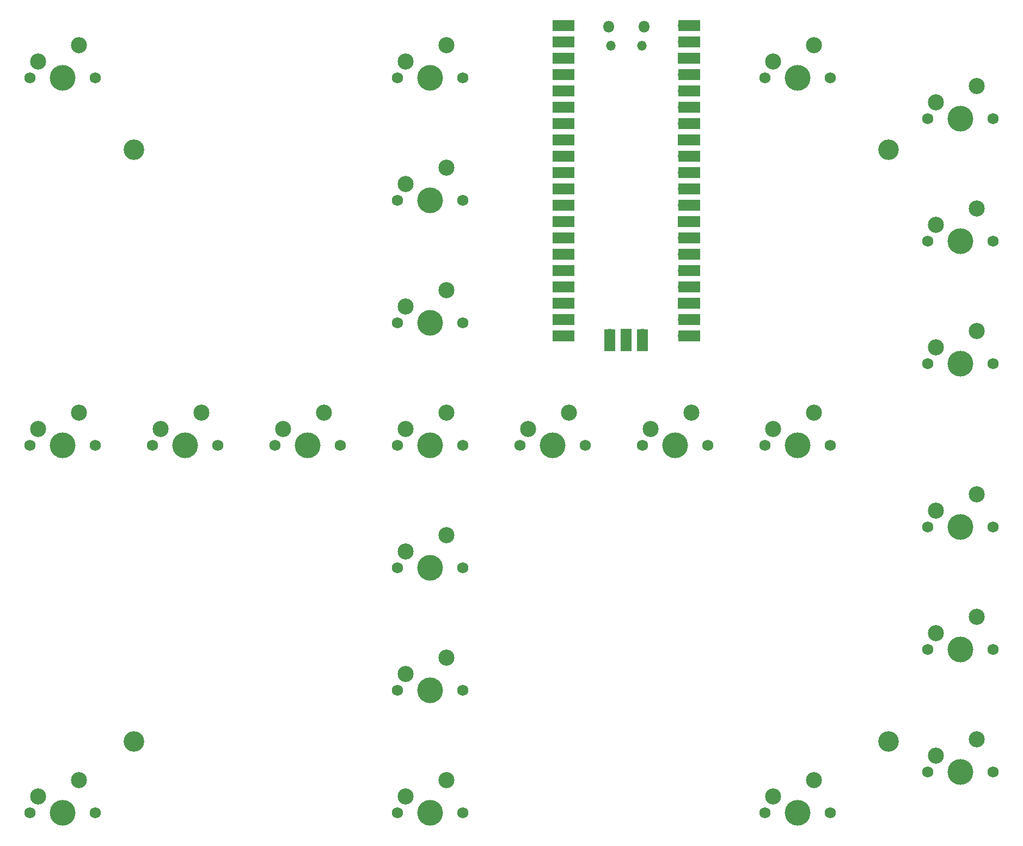
<source format=gbr>
%TF.GenerationSoftware,KiCad,Pcbnew,(6.0.4)*%
%TF.CreationDate,2022-05-22T16:26:11-03:00*%
%TF.ProjectId,G-Code_Keeb,472d436f-6465-45f4-9b65-65622e6b6963,1*%
%TF.SameCoordinates,Original*%
%TF.FileFunction,Soldermask,Bot*%
%TF.FilePolarity,Negative*%
%FSLAX46Y46*%
G04 Gerber Fmt 4.6, Leading zero omitted, Abs format (unit mm)*
G04 Created by KiCad (PCBNEW (6.0.4)) date 2022-05-22 16:26:11*
%MOMM*%
%LPD*%
G01*
G04 APERTURE LIST*
%ADD10C,4.000000*%
%ADD11C,1.750000*%
%ADD12C,2.500000*%
%ADD13C,3.200000*%
%ADD14O,1.800000X1.800000*%
%ADD15O,1.500000X1.500000*%
%ADD16O,1.700000X1.700000*%
%ADD17R,3.500000X1.700000*%
%ADD18R,1.700000X1.700000*%
%ADD19R,1.700000X3.500000*%
G04 APERTURE END LIST*
D10*
%TO.C,SW11*%
X85750000Y-132900000D03*
D11*
X90830000Y-132900000D03*
X80670000Y-132900000D03*
D12*
X81940000Y-130360000D03*
X88290000Y-127820000D03*
%TD*%
D13*
%TO.C,H2*%
X157050000Y-48800000D03*
%TD*%
D11*
%TO.C,SW21*%
X137820000Y-151950000D03*
X147980000Y-151950000D03*
D10*
X142900000Y-151950000D03*
D12*
X139090000Y-149410000D03*
X145440000Y-146870000D03*
%TD*%
D11*
%TO.C,SW17*%
X173280000Y-126500000D03*
X163120000Y-126500000D03*
D10*
X168200000Y-126500000D03*
D12*
X164390000Y-123960000D03*
X170740000Y-121420000D03*
%TD*%
D11*
%TO.C,SW4*%
X71780000Y-94800000D03*
X61620000Y-94800000D03*
D10*
X66700000Y-94800000D03*
D12*
X62890000Y-92260000D03*
X69240000Y-89720000D03*
%TD*%
D11*
%TO.C,SW14*%
X173280000Y-63050000D03*
D10*
X168200000Y-63050000D03*
D11*
X163120000Y-63050000D03*
D12*
X164390000Y-60510000D03*
X170740000Y-57970000D03*
%TD*%
D13*
%TO.C,H4*%
X39700000Y-48800000D03*
%TD*%
D11*
%TO.C,SW6*%
X33680000Y-94800000D03*
D10*
X28600000Y-94800000D03*
D11*
X23520000Y-94800000D03*
D12*
X24790000Y-92260000D03*
X31140000Y-89720000D03*
%TD*%
D13*
%TO.C,H1*%
X157050000Y-140800000D03*
%TD*%
D10*
%TO.C,SW18*%
X168200000Y-145550000D03*
D11*
X163120000Y-145550000D03*
X173280000Y-145550000D03*
D12*
X164390000Y-143010000D03*
X170740000Y-140470000D03*
%TD*%
D11*
%TO.C,SW19*%
X23520000Y-151950000D03*
D10*
X28600000Y-151950000D03*
D11*
X33680000Y-151950000D03*
D12*
X24790000Y-149410000D03*
X31140000Y-146870000D03*
%TD*%
D11*
%TO.C,SW16*%
X163120000Y-107450000D03*
X173280000Y-107450000D03*
D10*
X168200000Y-107450000D03*
D12*
X164390000Y-104910000D03*
X170740000Y-102370000D03*
%TD*%
D11*
%TO.C,SW15*%
X163120000Y-82100000D03*
D10*
X168200000Y-82100000D03*
D11*
X173280000Y-82100000D03*
D12*
X164390000Y-79560000D03*
X170740000Y-77020000D03*
%TD*%
D11*
%TO.C,SW9*%
X90830000Y-75750000D03*
X80670000Y-75750000D03*
D10*
X85750000Y-75750000D03*
D12*
X81940000Y-73210000D03*
X88290000Y-70670000D03*
%TD*%
D11*
%TO.C,SW13*%
X163120000Y-44000000D03*
D10*
X168200000Y-44000000D03*
D11*
X173280000Y-44000000D03*
D12*
X164390000Y-41460000D03*
X170740000Y-38920000D03*
%TD*%
D11*
%TO.C,SW2*%
X128930000Y-94800000D03*
D10*
X123850000Y-94800000D03*
D11*
X118770000Y-94800000D03*
D12*
X120040000Y-92260000D03*
X126390000Y-89720000D03*
%TD*%
D11*
%TO.C,SW8*%
X90830000Y-56700000D03*
D10*
X85750000Y-56700000D03*
D11*
X80670000Y-56700000D03*
D12*
X81940000Y-54160000D03*
X88290000Y-51620000D03*
%TD*%
D10*
%TO.C,SW5*%
X47650000Y-94800000D03*
D11*
X52730000Y-94800000D03*
X42570000Y-94800000D03*
D12*
X43840000Y-92260000D03*
X50190000Y-89720000D03*
%TD*%
D11*
%TO.C,SW1*%
X147980000Y-94800000D03*
X137820000Y-94800000D03*
D10*
X142900000Y-94800000D03*
D12*
X139090000Y-92260000D03*
X145440000Y-89720000D03*
%TD*%
D10*
%TO.C,SW7*%
X85750000Y-37650000D03*
D11*
X90830000Y-37650000D03*
X80670000Y-37650000D03*
D12*
X81940000Y-35110000D03*
X88290000Y-32570000D03*
%TD*%
D11*
%TO.C,SW12*%
X90830000Y-151950000D03*
D10*
X85750000Y-151950000D03*
D11*
X80670000Y-151950000D03*
D12*
X81940000Y-149410000D03*
X88290000Y-146870000D03*
%TD*%
D11*
%TO.C,SW23*%
X147980000Y-37650000D03*
X137820000Y-37650000D03*
D10*
X142900000Y-37650000D03*
D12*
X139090000Y-35110000D03*
X145440000Y-32570000D03*
%TD*%
D11*
%TO.C,SW20*%
X33680000Y-37650000D03*
X23520000Y-37650000D03*
D10*
X28600000Y-37650000D03*
D12*
X24790000Y-35110000D03*
X31140000Y-32570000D03*
%TD*%
D11*
%TO.C,SW3*%
X109880000Y-94800000D03*
X99720000Y-94800000D03*
D10*
X104800000Y-94800000D03*
D12*
X100990000Y-92260000D03*
X107340000Y-89720000D03*
%TD*%
D11*
%TO.C,SW10*%
X90830000Y-113850000D03*
X80670000Y-113850000D03*
D10*
X85750000Y-113850000D03*
D12*
X81940000Y-111310000D03*
X88290000Y-108770000D03*
%TD*%
D13*
%TO.C,H3*%
X39700000Y-140800000D03*
%TD*%
D11*
%TO.C,SW22*%
X80670000Y-94800000D03*
X90830000Y-94800000D03*
D10*
X85750000Y-94800000D03*
D12*
X81940000Y-92260000D03*
X88290000Y-89720000D03*
%TD*%
D14*
%TO.C,U1*%
X118985000Y-29630000D03*
D15*
X118685000Y-32660000D03*
D14*
X113535000Y-29630000D03*
D15*
X113835000Y-32660000D03*
D16*
X125150000Y-29500000D03*
D17*
X126050000Y-29500000D03*
X126050000Y-32040000D03*
D16*
X125150000Y-32040000D03*
D17*
X126050000Y-34580000D03*
D18*
X125150000Y-34580000D03*
D17*
X126050000Y-37120000D03*
D16*
X125150000Y-37120000D03*
D17*
X126050000Y-39660000D03*
D16*
X125150000Y-39660000D03*
D17*
X126050000Y-42200000D03*
D16*
X125150000Y-42200000D03*
D17*
X126050000Y-44740000D03*
D16*
X125150000Y-44740000D03*
D17*
X126050000Y-47280000D03*
D18*
X125150000Y-47280000D03*
D17*
X126050000Y-49820000D03*
D16*
X125150000Y-49820000D03*
D17*
X126050000Y-52360000D03*
D16*
X125150000Y-52360000D03*
X125150000Y-54900000D03*
D17*
X126050000Y-54900000D03*
X126050000Y-57440000D03*
D16*
X125150000Y-57440000D03*
D18*
X125150000Y-59980000D03*
D17*
X126050000Y-59980000D03*
X126050000Y-62520000D03*
D16*
X125150000Y-62520000D03*
X125150000Y-65060000D03*
D17*
X126050000Y-65060000D03*
X126050000Y-67600000D03*
D16*
X125150000Y-67600000D03*
D17*
X126050000Y-70140000D03*
D16*
X125150000Y-70140000D03*
D18*
X125150000Y-72680000D03*
D17*
X126050000Y-72680000D03*
D16*
X125150000Y-75220000D03*
D17*
X126050000Y-75220000D03*
X126050000Y-77760000D03*
D16*
X125150000Y-77760000D03*
X107370000Y-77760000D03*
D17*
X106470000Y-77760000D03*
X106470000Y-75220000D03*
D16*
X107370000Y-75220000D03*
D17*
X106470000Y-72680000D03*
D18*
X107370000Y-72680000D03*
D17*
X106470000Y-70140000D03*
D16*
X107370000Y-70140000D03*
D17*
X106470000Y-67600000D03*
D16*
X107370000Y-67600000D03*
D17*
X106470000Y-65060000D03*
D16*
X107370000Y-65060000D03*
X107370000Y-62520000D03*
D17*
X106470000Y-62520000D03*
X106470000Y-59980000D03*
D18*
X107370000Y-59980000D03*
D17*
X106470000Y-57440000D03*
D16*
X107370000Y-57440000D03*
D17*
X106470000Y-54900000D03*
D16*
X107370000Y-54900000D03*
X107370000Y-52360000D03*
D17*
X106470000Y-52360000D03*
X106470000Y-49820000D03*
D16*
X107370000Y-49820000D03*
D17*
X106470000Y-47280000D03*
D18*
X107370000Y-47280000D03*
D16*
X107370000Y-44740000D03*
D17*
X106470000Y-44740000D03*
D16*
X107370000Y-42200000D03*
D17*
X106470000Y-42200000D03*
D16*
X107370000Y-39660000D03*
D17*
X106470000Y-39660000D03*
D16*
X107370000Y-37120000D03*
D17*
X106470000Y-37120000D03*
D18*
X107370000Y-34580000D03*
D17*
X106470000Y-34580000D03*
D16*
X107370000Y-32040000D03*
D17*
X106470000Y-32040000D03*
X106470000Y-29500000D03*
D16*
X107370000Y-29500000D03*
D19*
X118800000Y-78430000D03*
D16*
X118800000Y-77530000D03*
D19*
X116260000Y-78430000D03*
D18*
X116260000Y-77530000D03*
D19*
X113720000Y-78430000D03*
D16*
X113720000Y-77530000D03*
%TD*%
M02*

</source>
